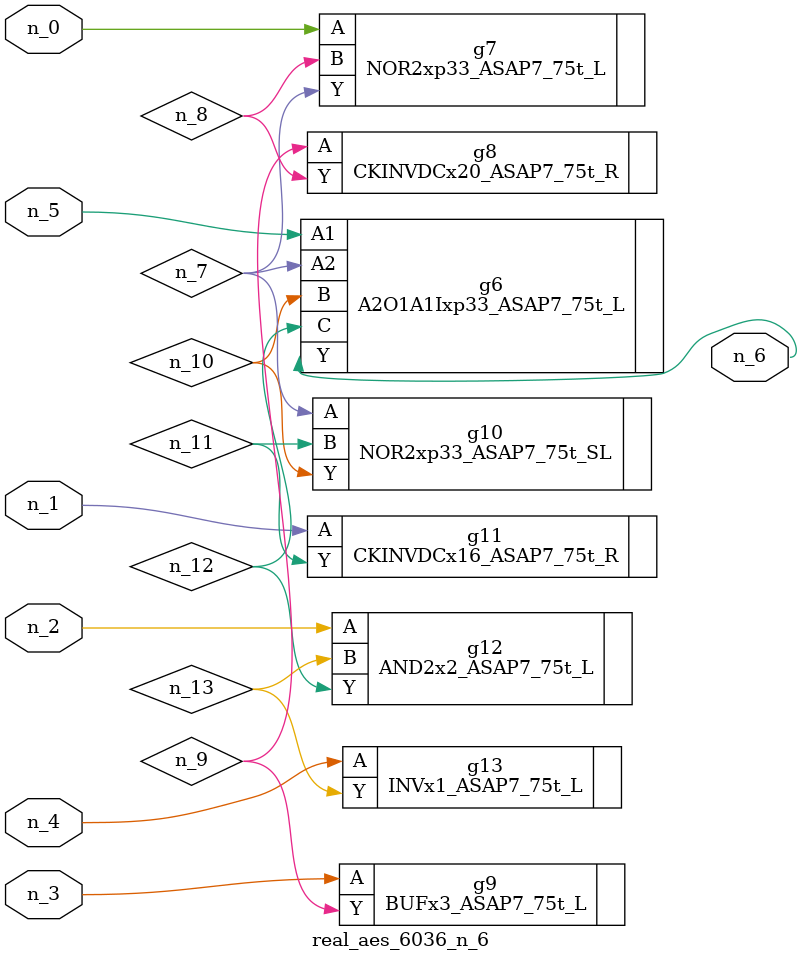
<source format=v>
module real_aes_6036_n_6 (n_4, n_0, n_3, n_5, n_2, n_1, n_6);
input n_4;
input n_0;
input n_3;
input n_5;
input n_2;
input n_1;
output n_6;
wire n_13;
wire n_7;
wire n_8;
wire n_12;
wire n_9;
wire n_10;
wire n_11;
NOR2xp33_ASAP7_75t_L g7 ( .A(n_0), .B(n_8), .Y(n_7) );
CKINVDCx16_ASAP7_75t_R g11 ( .A(n_1), .Y(n_11) );
AND2x2_ASAP7_75t_L g12 ( .A(n_2), .B(n_13), .Y(n_12) );
BUFx3_ASAP7_75t_L g9 ( .A(n_3), .Y(n_9) );
INVx1_ASAP7_75t_L g13 ( .A(n_4), .Y(n_13) );
A2O1A1Ixp33_ASAP7_75t_L g6 ( .A1(n_5), .A2(n_7), .B(n_10), .C(n_12), .Y(n_6) );
NOR2xp33_ASAP7_75t_SL g10 ( .A(n_7), .B(n_11), .Y(n_10) );
CKINVDCx20_ASAP7_75t_R g8 ( .A(n_9), .Y(n_8) );
endmodule
</source>
